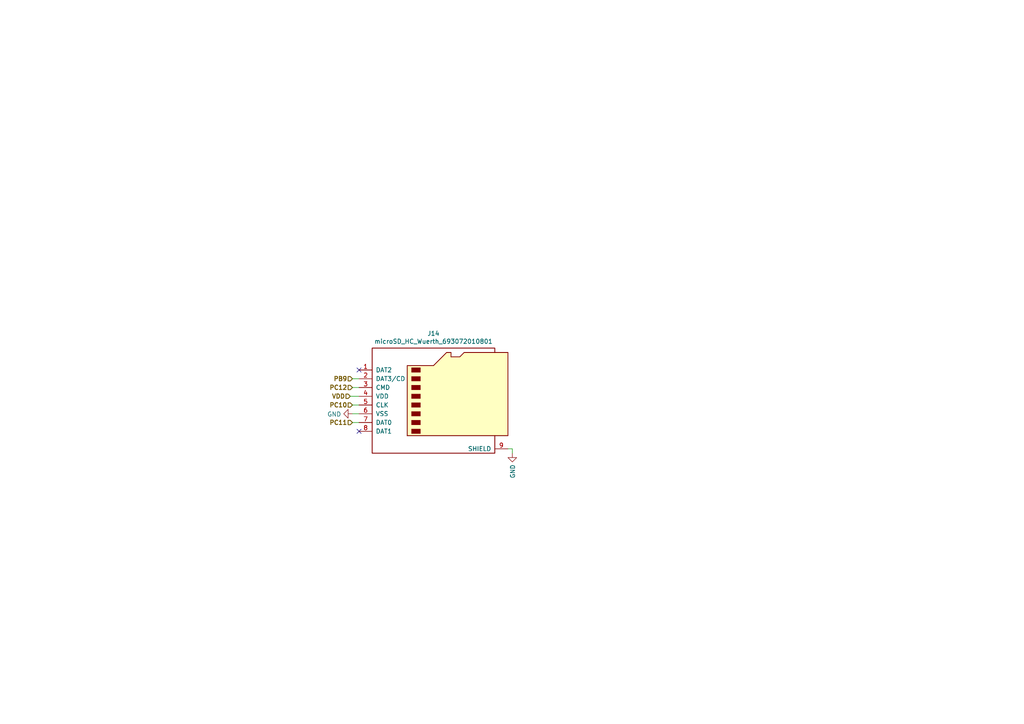
<source format=kicad_sch>
(kicad_sch (version 20211123) (generator eeschema)
  (paper "A4")
  (title_block (title "microRusEFI-2L") (date "2022-03-16") (rev "R0.5.5rc2") (company "rusEFI.com") (comment 1 "Donald Becker") (comment 2 "by JRD McLAREN") (comment 3 "by JRD McLAREN"))
  (lib_symbols
    (symbol "Connector:Micro_SD_Card" (pin_names (offset 1.016))
      (property "Reference" "J" (at -16.51 15.24 0))
      (property "Value" "Micro_SD_Card" (at 16.51 15.24 0))
      (symbol "Micro_SD_Card_0_1"
        (rectangle (start -7.62 -9.525) (end -5.08 -10.795) (fill (type outline)))
        (rectangle (start -7.62 -6.985) (end -5.08 -8.255) (fill (type outline)))
        (rectangle (start -7.62 -4.445) (end -5.08 -5.715) (fill (type outline)))
        (rectangle (start -7.62 -1.905) (end -5.08 -3.175) (fill (type outline)))
        (rectangle (start -7.62 0.635) (end -5.08 -0.635) (fill (type outline)))
        (rectangle (start -7.62 3.175) (end -5.08 1.905) (fill (type outline)))
        (rectangle (start -7.62 5.715) (end -5.08 4.445) (fill (type outline)))
        (rectangle (start -7.62 8.255) (end -5.08 6.985) (fill (type outline)))
        (polyline (pts (xy 16.51 12.7) (xy 16.51 13.97) (xy -19.05 13.97) (xy -19.05 -16.51) (xy 16.51 -16.51) (xy 16.51 -11.43)) (stroke (width 0.254)))
        (polyline (pts (xy -8.89 -11.43) (xy -8.89 8.89) (xy -1.27 8.89) (xy 2.54 12.7) (xy 3.81 12.7) (xy 3.81 11.43) (xy 6.35 11.43) (xy 7.62 12.7) (xy 20.32 12.7) (xy 20.32 -11.43) (xy -8.89 -11.43)) (stroke (width 0.254)) (fill (type background)))
      )
      (symbol "Micro_SD_Card_1_1"
        (pin bidirectional line (at -22.86 7.62 0) (length 3.81) (name "DAT2") (number "1"))
        (pin bidirectional line (at -22.86 5.08 0) (length 3.81) (name "DAT3/CD") (number "2"))
        (pin input line (at -22.86 2.54 0) (length 3.81) (name "CMD") (number "3"))
        (pin power_in line (at -22.86 0 0) (length 3.81) (name "VDD") (number "4"))
        (pin input line (at -22.86 -2.54 0) (length 3.81) (name "CLK") (number "5"))
        (pin power_in line (at -22.86 -5.08 0) (length 3.81) (name "VSS") (number "6"))
        (pin bidirectional line (at -22.86 -7.62 0) (length 3.81) (name "DAT0") (number "7"))
        (pin bidirectional line (at -22.86 -10.16 0) (length 3.81) (name "DAT1") (number "8"))
        (pin passive line (at 20.32 -15.24 180) (length 3.81) (name "SHIELD") (number "9"))
      )
    )
    (symbol "power:GND" (power) (pin_names (offset 0))
      (property "Value" "GND" (at 0 -3.81 0))
      (symbol "GND_0_1"
        (polyline (pts (xy 0 0) (xy 0 -1.27) (xy 1.27 -1.27) (xy 0 -2.54) (xy -1.27 -1.27) (xy 0 -1.27)))
      )
      (symbol "GND_1_1"
        (pin power_in line (at 0 0 270) (length 0) hide (name "GND") (number "1"))
      )
    )
  )
  (no_connect (at 104.14 125.095))
  (no_connect (at 104.14 107.315))
  (wire (pts (xy 148.59 131.445) (xy 148.59 130.175)))
  (wire (pts (xy 102.235 109.855) (xy 104.14 109.855)))
  (wire (pts (xy 102.235 120.015) (xy 104.14 120.015)))
  (wire (pts (xy 101.6 114.935) (xy 104.14 114.935)))
  (wire (pts (xy 148.59 130.175) (xy 147.32 130.175)))
  (wire (pts (xy 102.235 117.475) (xy 104.14 117.475)))
  (wire (pts (xy 104.14 122.555) (xy 102.235 122.555)))
  (wire (pts (xy 102.235 112.395) (xy 104.14 112.395)))
  (hierarchical_label "PC10" (shape input) (at 102.235 117.475 180) (effects (font (thickness 0.254) bold)))
  (hierarchical_label "PB9" (shape input) (at 102.235 109.855 180) (effects (font (thickness 0.254) bold)))
  (hierarchical_label "PC12" (shape input) (at 102.235 112.395 180) (effects (font (thickness 0.254) bold)))
  (hierarchical_label "PC11" (shape input) (at 102.235 122.555 180) (effects (font (thickness 0.254) bold)))
  (hierarchical_label "VDD" (shape input) (at 101.6 114.935 180) (effects (font (thickness 0.254) bold)))
  (symbol (lib_id "Connector:Micro_SD_Card") (at 127 114.935 0) (unit 1)
    (property "Reference" "J14" (at 125.73 96.7232 0))
    (property "Value" "microSD_HC_Wuerth_693072010801" (at 125.73 99.0346 0))
    (property "Footprint" "Connector_Card:microSD_HC_Wuerth_693072010801" (effects hide))
    (property "Datasheet" "http://katalog.we-online.de/em/datasheet/693072010801.pdf" (effects hide))
    (property "LCSC" "N/A" (effects hide))
    (property "PN" "47219-2001" (effects hide))
  )
  (symbol (lib_id "power:GND") (at 148.59 131.445 0) (unit 1)
    (property "Reference" "#PWR0134" (effects hide))
    (property "Value" "GND" (at 148.717 134.6962 90) (effects (justify right)))
  )
  (symbol (lib_id "power:GND") (at 102.235 120.015 270) (unit 1)
    (property "Reference" "#PWR0135" (effects hide))
    (property "Value" "GND" (at 98.9838 120.142 90) (effects (justify right)))
  )
)
</source>
